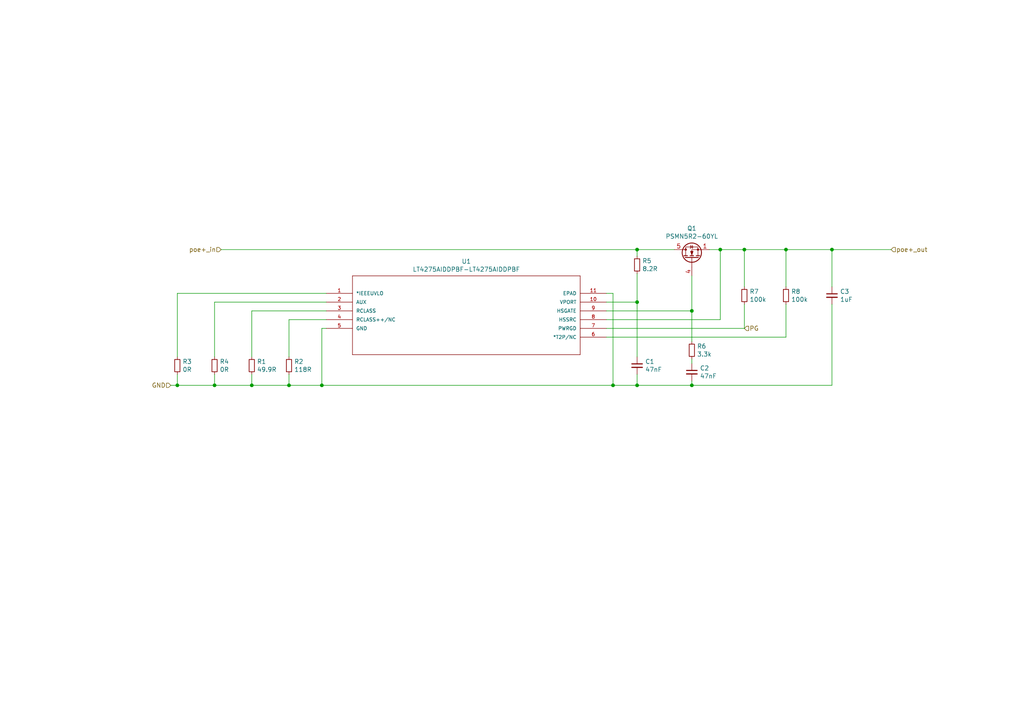
<source format=kicad_sch>
(kicad_sch (version 20211123) (generator eeschema)

  (uuid 1895faed-13c7-4877-930c-ef39a1d7419c)

  (paper "A4")

  (lib_symbols
    (symbol "Device:C_Small" (pin_numbers hide) (pin_names (offset 0.254) hide) (in_bom yes) (on_board yes)
      (property "Reference" "C" (id 0) (at 0.254 1.778 0)
        (effects (font (size 1.27 1.27)) (justify left))
      )
      (property "Value" "C_Small" (id 1) (at 0.254 -2.032 0)
        (effects (font (size 1.27 1.27)) (justify left))
      )
      (property "Footprint" "" (id 2) (at 0 0 0)
        (effects (font (size 1.27 1.27)) hide)
      )
      (property "Datasheet" "~" (id 3) (at 0 0 0)
        (effects (font (size 1.27 1.27)) hide)
      )
      (property "ki_keywords" "capacitor cap" (id 4) (at 0 0 0)
        (effects (font (size 1.27 1.27)) hide)
      )
      (property "ki_description" "Unpolarized capacitor, small symbol" (id 5) (at 0 0 0)
        (effects (font (size 1.27 1.27)) hide)
      )
      (property "ki_fp_filters" "C_*" (id 6) (at 0 0 0)
        (effects (font (size 1.27 1.27)) hide)
      )
      (symbol "C_Small_0_1"
        (polyline
          (pts
            (xy -1.524 -0.508)
            (xy 1.524 -0.508)
          )
          (stroke (width 0.3302) (type default) (color 0 0 0 0))
          (fill (type none))
        )
        (polyline
          (pts
            (xy -1.524 0.508)
            (xy 1.524 0.508)
          )
          (stroke (width 0.3048) (type default) (color 0 0 0 0))
          (fill (type none))
        )
      )
      (symbol "C_Small_1_1"
        (pin passive line (at 0 2.54 270) (length 2.032)
          (name "~" (effects (font (size 1.27 1.27))))
          (number "1" (effects (font (size 1.27 1.27))))
        )
        (pin passive line (at 0 -2.54 90) (length 2.032)
          (name "~" (effects (font (size 1.27 1.27))))
          (number "2" (effects (font (size 1.27 1.27))))
        )
      )
    )
    (symbol "Device:R_Small" (pin_numbers hide) (pin_names (offset 0.254) hide) (in_bom yes) (on_board yes)
      (property "Reference" "R" (id 0) (at 0.762 0.508 0)
        (effects (font (size 1.27 1.27)) (justify left))
      )
      (property "Value" "R_Small" (id 1) (at 0.762 -1.016 0)
        (effects (font (size 1.27 1.27)) (justify left))
      )
      (property "Footprint" "" (id 2) (at 0 0 0)
        (effects (font (size 1.27 1.27)) hide)
      )
      (property "Datasheet" "~" (id 3) (at 0 0 0)
        (effects (font (size 1.27 1.27)) hide)
      )
      (property "ki_keywords" "R resistor" (id 4) (at 0 0 0)
        (effects (font (size 1.27 1.27)) hide)
      )
      (property "ki_description" "Resistor, small symbol" (id 5) (at 0 0 0)
        (effects (font (size 1.27 1.27)) hide)
      )
      (property "ki_fp_filters" "R_*" (id 6) (at 0 0 0)
        (effects (font (size 1.27 1.27)) hide)
      )
      (symbol "R_Small_0_1"
        (rectangle (start -0.762 1.778) (end 0.762 -1.778)
          (stroke (width 0.2032) (type default) (color 0 0 0 0))
          (fill (type none))
        )
      )
      (symbol "R_Small_1_1"
        (pin passive line (at 0 2.54 270) (length 0.762)
          (name "~" (effects (font (size 1.27 1.27))))
          (number "1" (effects (font (size 1.27 1.27))))
        )
        (pin passive line (at 0 -2.54 90) (length 0.762)
          (name "~" (effects (font (size 1.27 1.27))))
          (number "2" (effects (font (size 1.27 1.27))))
        )
      )
    )
    (symbol "Transistor_FET:PSMN5R2-60YL" (pin_names hide) (in_bom yes) (on_board yes)
      (property "Reference" "Q" (id 0) (at 6.35 2.54 0)
        (effects (font (size 1.27 1.27)))
      )
      (property "Value" "PSMN5R2-60YL" (id 1) (at 12.7 0 0)
        (effects (font (size 1.27 1.27)))
      )
      (property "Footprint" "Package_TO_SOT_SMD:LFPAK56" (id 2) (at 3.81 0 0)
        (effects (font (size 1.27 1.27)) hide)
      )
      (property "Datasheet" "https://assets.nexperia.com/documents/data-sheet/PSMN5R2-60YL.pdf" (id 3) (at 0 0 0)
        (effects (font (size 1.27 1.27)) hide)
      )
      (property "ki_keywords" "N-Channel MOSFET" (id 4) (at 0 0 0)
        (effects (font (size 1.27 1.27)) hide)
      )
      (property "ki_description" "100A, 60V Vds, N-Channel MOSFET, 5.2mOhm Ron, LFPAK56" (id 5) (at 0 0 0)
        (effects (font (size 1.27 1.27)) hide)
      )
      (property "ki_fp_filters" "LFPAK56*" (id 6) (at 0 0 0)
        (effects (font (size 1.27 1.27)) hide)
      )
      (symbol "PSMN5R2-60YL_0_1"
        (polyline
          (pts
            (xy 0.254 0)
            (xy -2.54 0)
          )
          (stroke (width 0) (type default) (color 0 0 0 0))
          (fill (type none))
        )
        (polyline
          (pts
            (xy 0.254 1.905)
            (xy 0.254 -1.905)
          )
          (stroke (width 0.254) (type default) (color 0 0 0 0))
          (fill (type none))
        )
        (polyline
          (pts
            (xy 0.762 -1.27)
            (xy 0.762 -2.286)
          )
          (stroke (width 0.254) (type default) (color 0 0 0 0))
          (fill (type none))
        )
        (polyline
          (pts
            (xy 0.762 0.508)
            (xy 0.762 -0.508)
          )
          (stroke (width 0.254) (type default) (color 0 0 0 0))
          (fill (type none))
        )
        (polyline
          (pts
            (xy 0.762 2.286)
            (xy 0.762 1.27)
          )
          (stroke (width 0.254) (type default) (color 0 0 0 0))
          (fill (type none))
        )
        (polyline
          (pts
            (xy 2.54 2.54)
            (xy 2.54 1.778)
          )
          (stroke (width 0) (type default) (color 0 0 0 0))
          (fill (type none))
        )
        (polyline
          (pts
            (xy 2.54 -2.54)
            (xy 2.54 0)
            (xy 0.762 0)
          )
          (stroke (width 0) (type default) (color 0 0 0 0))
          (fill (type none))
        )
        (polyline
          (pts
            (xy 0.762 -1.778)
            (xy 3.302 -1.778)
            (xy 3.302 1.778)
            (xy 0.762 1.778)
          )
          (stroke (width 0) (type default) (color 0 0 0 0))
          (fill (type none))
        )
        (polyline
          (pts
            (xy 1.016 0)
            (xy 2.032 0.381)
            (xy 2.032 -0.381)
            (xy 1.016 0)
          )
          (stroke (width 0) (type default) (color 0 0 0 0))
          (fill (type outline))
        )
        (polyline
          (pts
            (xy 2.794 0.508)
            (xy 2.921 0.381)
            (xy 3.683 0.381)
            (xy 3.81 0.254)
          )
          (stroke (width 0) (type default) (color 0 0 0 0))
          (fill (type none))
        )
        (polyline
          (pts
            (xy 3.302 0.381)
            (xy 2.921 -0.254)
            (xy 3.683 -0.254)
            (xy 3.302 0.381)
          )
          (stroke (width 0) (type default) (color 0 0 0 0))
          (fill (type none))
        )
        (circle (center 1.651 0) (radius 2.794)
          (stroke (width 0.254) (type default) (color 0 0 0 0))
          (fill (type none))
        )
        (circle (center 2.54 -1.778) (radius 0.254)
          (stroke (width 0) (type default) (color 0 0 0 0))
          (fill (type outline))
        )
        (circle (center 2.54 1.778) (radius 0.254)
          (stroke (width 0) (type default) (color 0 0 0 0))
          (fill (type outline))
        )
      )
      (symbol "PSMN5R2-60YL_1_1"
        (pin passive line (at 2.54 -5.08 90) (length 2.54)
          (name "S" (effects (font (size 1.27 1.27))))
          (number "1" (effects (font (size 1.27 1.27))))
        )
        (pin passive line (at 2.54 -5.08 90) (length 2.54) hide
          (name "S" (effects (font (size 1.27 1.27))))
          (number "2" (effects (font (size 1.27 1.27))))
        )
        (pin passive line (at 2.54 -5.08 90) (length 2.54) hide
          (name "S" (effects (font (size 1.27 1.27))))
          (number "3" (effects (font (size 1.27 1.27))))
        )
        (pin passive line (at -5.08 0 0) (length 2.54)
          (name "G" (effects (font (size 1.27 1.27))))
          (number "4" (effects (font (size 1.27 1.27))))
        )
        (pin passive line (at 2.54 5.08 270) (length 2.54)
          (name "D" (effects (font (size 1.27 1.27))))
          (number "5" (effects (font (size 1.27 1.27))))
        )
      )
    )
    (symbol "parts:LT4275AIDDPBF-LT4275AIDDPBF-Auto-Intern" (pin_names (offset 1.016)) (in_bom yes) (on_board yes)
      (property "Reference" "U" (id 0) (at 35.9664 9.144 0)
        (effects (font (size 1.27 1.27)) (justify left bottom))
      )
      (property "Value" "parts_LT4275AIDDPBF-LT4275AIDDPBF-Auto-Intern" (id 1) (at 35.306 6.5786 0)
        (effects (font (size 1.27 1.27)) (justify left bottom))
      )
      (property "Footprint" "DFN-10_DD" (id 2) (at 0 0 0)
        (effects (font (size 1.27 1.27)) (justify left bottom) hide)
      )
      (property "Datasheet" "" (id 3) (at 0 0 0)
        (effects (font (size 1.27 1.27)) (justify left bottom) hide)
      )
      (property "MANUFACTURER_PART_NUMBER" "lt4275aidd#pbf" (id 4) (at 0 0 0)
        (effects (font (size 1.27 1.27)) (justify left bottom) hide)
      )
      (property "VENDOR" "Linear Technology" (id 5) (at 0 0 0)
        (effects (font (size 1.27 1.27)) (justify left bottom) hide)
      )
      (property "ki_locked" "" (id 6) (at 0 0 0)
        (effects (font (size 1.27 1.27)))
      )
      (symbol "LT4275AIDDPBF-LT4275AIDDPBF-Auto-Intern_0_0"
        (polyline
          (pts
            (xy 7.62 -17.78)
            (xy 73.66 -17.78)
          )
          (stroke (width 0.1524) (type default) (color 0 0 0 0))
          (fill (type none))
        )
        (polyline
          (pts
            (xy 7.62 5.08)
            (xy 7.62 -17.78)
          )
          (stroke (width 0.1524) (type default) (color 0 0 0 0))
          (fill (type none))
        )
        (polyline
          (pts
            (xy 73.66 -17.78)
            (xy 73.66 5.08)
          )
          (stroke (width 0.1524) (type default) (color 0 0 0 0))
          (fill (type none))
        )
        (polyline
          (pts
            (xy 73.66 5.08)
            (xy 7.62 5.08)
          )
          (stroke (width 0.1524) (type default) (color 0 0 0 0))
          (fill (type none))
        )
        (pin passive line (at 0 0 0) (length 7.62)
          (name "*IEEEUVLO" (effects (font (size 1.016 1.016))))
          (number "1" (effects (font (size 1.016 1.016))))
        )
        (pin passive line (at 81.28 -2.54 180) (length 7.62)
          (name "VPORT" (effects (font (size 1.016 1.016))))
          (number "10" (effects (font (size 1.016 1.016))))
        )
        (pin passive line (at 81.28 0 180) (length 7.62)
          (name "EPAD" (effects (font (size 1.016 1.016))))
          (number "11" (effects (font (size 1.016 1.016))))
        )
        (pin input line (at 0 -2.54 0) (length 7.62)
          (name "AUX" (effects (font (size 1.016 1.016))))
          (number "2" (effects (font (size 1.016 1.016))))
        )
        (pin passive line (at 0 -5.08 0) (length 7.62)
          (name "RCLASS" (effects (font (size 1.016 1.016))))
          (number "3" (effects (font (size 1.016 1.016))))
        )
        (pin passive line (at 0 -7.62 0) (length 7.62)
          (name "RCLASS++/NC" (effects (font (size 1.016 1.016))))
          (number "4" (effects (font (size 1.016 1.016))))
        )
        (pin power_in line (at 0 -10.16 0) (length 7.62)
          (name "GND" (effects (font (size 1.016 1.016))))
          (number "5" (effects (font (size 1.016 1.016))))
        )
        (pin passive line (at 81.28 -12.7 180) (length 7.62)
          (name "*T2P/NC" (effects (font (size 1.016 1.016))))
          (number "6" (effects (font (size 1.016 1.016))))
        )
        (pin passive line (at 81.28 -10.16 180) (length 7.62)
          (name "PWRGD" (effects (font (size 1.016 1.016))))
          (number "7" (effects (font (size 1.016 1.016))))
        )
        (pin passive line (at 81.28 -7.62 180) (length 7.62)
          (name "HSSRC" (effects (font (size 1.016 1.016))))
          (number "8" (effects (font (size 1.016 1.016))))
        )
        (pin passive line (at 81.28 -5.08 180) (length 7.62)
          (name "HSGATE" (effects (font (size 1.016 1.016))))
          (number "9" (effects (font (size 1.016 1.016))))
        )
      )
    )
  )

  (junction (at 62.23 111.76) (diameter 0) (color 0 0 0 0)
    (uuid 03186fe9-30ad-4213-9896-4a19a6839483)
  )
  (junction (at 184.785 111.76) (diameter 0) (color 0 0 0 0)
    (uuid 0bcdd0d0-0dfc-45c6-954d-9c24a91c4990)
  )
  (junction (at 184.785 87.63) (diameter 0) (color 0 0 0 0)
    (uuid 110f49b3-bcf8-4b6e-aae7-42e81d73508c)
  )
  (junction (at 200.66 90.17) (diameter 0) (color 0 0 0 0)
    (uuid 32f51a70-bebe-4354-b507-aa8bf0a1f7e5)
  )
  (junction (at 51.435 111.76) (diameter 0) (color 0 0 0 0)
    (uuid 547c7d2e-dd6a-4751-bc89-ad162b03611c)
  )
  (junction (at 215.9 72.39) (diameter 0) (color 0 0 0 0)
    (uuid 562e70e0-8e6c-4391-ae4b-5af8b375bd80)
  )
  (junction (at 73.025 111.76) (diameter 0) (color 0 0 0 0)
    (uuid 596bed97-f741-4c8f-931a-92cf09d3c9f0)
  )
  (junction (at 208.915 72.39) (diameter 0) (color 0 0 0 0)
    (uuid 821cc154-2ee3-42c9-b759-e5370ad6d5bf)
  )
  (junction (at 184.785 72.39) (diameter 0) (color 0 0 0 0)
    (uuid 85ca7cc7-48fa-4ffe-b66e-1f72434fe019)
  )
  (junction (at 83.82 111.76) (diameter 0) (color 0 0 0 0)
    (uuid 88e64f20-39b1-43e3-bc15-63ee762477d0)
  )
  (junction (at 177.8 111.76) (diameter 0) (color 0 0 0 0)
    (uuid 8ca722c2-6464-4aea-9369-deb8f701e676)
  )
  (junction (at 241.3 72.39) (diameter 0) (color 0 0 0 0)
    (uuid 929ce5c7-2bae-499f-bdde-9b02f4265941)
  )
  (junction (at 93.345 111.76) (diameter 0) (color 0 0 0 0)
    (uuid a437f9fd-d802-4865-8800-f2e1ffb3b34e)
  )
  (junction (at 227.965 72.39) (diameter 0) (color 0 0 0 0)
    (uuid d401eb13-8860-4077-955f-4bfc416a948a)
  )
  (junction (at 200.66 111.76) (diameter 0) (color 0 0 0 0)
    (uuid e78c4cd4-90ec-45f4-8184-8e3dc617716f)
  )

  (wire (pts (xy 227.965 72.39) (xy 215.9 72.39))
    (stroke (width 0) (type default) (color 0 0 0 0))
    (uuid 01508e13-e858-4058-97a3-64310f3d2349)
  )
  (wire (pts (xy 215.9 72.39) (xy 208.915 72.39))
    (stroke (width 0) (type default) (color 0 0 0 0))
    (uuid 045afc94-f9a9-4d94-aa6c-d8d985bdfcf2)
  )
  (wire (pts (xy 51.435 108.585) (xy 51.435 111.76))
    (stroke (width 0) (type default) (color 0 0 0 0))
    (uuid 1fd542b1-00b6-48c3-bbea-5119f420de56)
  )
  (wire (pts (xy 175.895 85.09) (xy 177.8 85.09))
    (stroke (width 0) (type default) (color 0 0 0 0))
    (uuid 2a033d4e-6371-49c0-89e6-201155236b2c)
  )
  (wire (pts (xy 184.785 103.505) (xy 184.785 87.63))
    (stroke (width 0) (type default) (color 0 0 0 0))
    (uuid 301bcc07-eba1-42f6-8fbc-1b800dd8c664)
  )
  (wire (pts (xy 73.025 111.76) (xy 83.82 111.76))
    (stroke (width 0) (type default) (color 0 0 0 0))
    (uuid 345f5a55-a200-4388-bac3-15d4257e82dd)
  )
  (wire (pts (xy 175.895 90.17) (xy 200.66 90.17))
    (stroke (width 0) (type default) (color 0 0 0 0))
    (uuid 3b4af27c-b449-40a8-9b28-ab028baf1a2e)
  )
  (wire (pts (xy 215.9 88.265) (xy 215.9 95.25))
    (stroke (width 0) (type default) (color 0 0 0 0))
    (uuid 40017352-19c0-4fb1-ba6e-a250d8ac620e)
  )
  (wire (pts (xy 184.785 72.39) (xy 64.135 72.39))
    (stroke (width 0) (type default) (color 0 0 0 0))
    (uuid 43a94338-658d-48bc-a884-88e0cf9d3bec)
  )
  (wire (pts (xy 215.9 95.25) (xy 175.895 95.25))
    (stroke (width 0) (type default) (color 0 0 0 0))
    (uuid 4714bf9d-4c15-4d44-96ae-cc3a99f84127)
  )
  (wire (pts (xy 200.66 99.06) (xy 200.66 90.17))
    (stroke (width 0) (type default) (color 0 0 0 0))
    (uuid 4baece58-3940-4a1a-be51-6c0272456aa5)
  )
  (wire (pts (xy 73.025 90.17) (xy 94.615 90.17))
    (stroke (width 0) (type default) (color 0 0 0 0))
    (uuid 5401cfac-fac2-4f7a-99b9-c38bdccd8eb2)
  )
  (wire (pts (xy 241.3 72.39) (xy 227.965 72.39))
    (stroke (width 0) (type default) (color 0 0 0 0))
    (uuid 58af6ab6-1d55-45cb-aa18-de374522a3e3)
  )
  (wire (pts (xy 83.82 103.505) (xy 83.82 92.71))
    (stroke (width 0) (type default) (color 0 0 0 0))
    (uuid 62b05cc2-d33e-48a4-b819-5e122810ce5b)
  )
  (wire (pts (xy 184.785 108.585) (xy 184.785 111.76))
    (stroke (width 0) (type default) (color 0 0 0 0))
    (uuid 6a1b73f1-9eb7-40d4-990c-0623b167406c)
  )
  (wire (pts (xy 83.82 92.71) (xy 94.615 92.71))
    (stroke (width 0) (type default) (color 0 0 0 0))
    (uuid 6b208a8b-b312-4164-a07d-8ed5c47ea1d4)
  )
  (wire (pts (xy 227.965 83.185) (xy 227.965 72.39))
    (stroke (width 0) (type default) (color 0 0 0 0))
    (uuid 6ca168c3-1e62-4f0f-999d-bbb2405687da)
  )
  (wire (pts (xy 184.785 74.295) (xy 184.785 72.39))
    (stroke (width 0) (type default) (color 0 0 0 0))
    (uuid 6d2e6ceb-7ba8-4246-9e9d-71d2870bb1bb)
  )
  (wire (pts (xy 175.895 92.71) (xy 208.915 92.71))
    (stroke (width 0) (type default) (color 0 0 0 0))
    (uuid 6d65a5f3-46f9-4dbb-af52-fd11f4acf552)
  )
  (wire (pts (xy 83.82 108.585) (xy 83.82 111.76))
    (stroke (width 0) (type default) (color 0 0 0 0))
    (uuid 7214f97a-296e-4985-b4fa-b4ba473d6345)
  )
  (wire (pts (xy 200.66 110.49) (xy 200.66 111.76))
    (stroke (width 0) (type default) (color 0 0 0 0))
    (uuid 7294417e-e954-463b-9016-58070898de49)
  )
  (wire (pts (xy 184.785 111.76) (xy 200.66 111.76))
    (stroke (width 0) (type default) (color 0 0 0 0))
    (uuid 76e27ce8-4725-416e-92de-717252ccbac1)
  )
  (wire (pts (xy 62.23 87.63) (xy 94.615 87.63))
    (stroke (width 0) (type default) (color 0 0 0 0))
    (uuid 777b7d5e-dac0-4871-a578-c644ad7014c7)
  )
  (wire (pts (xy 200.66 111.76) (xy 241.3 111.76))
    (stroke (width 0) (type default) (color 0 0 0 0))
    (uuid 7b726923-41a2-48d2-8b43-edac0246ea2f)
  )
  (wire (pts (xy 200.66 90.17) (xy 200.66 80.01))
    (stroke (width 0) (type default) (color 0 0 0 0))
    (uuid 7fa40a89-3491-4622-8046-5ee2691d5e58)
  )
  (wire (pts (xy 62.23 111.76) (xy 73.025 111.76))
    (stroke (width 0) (type default) (color 0 0 0 0))
    (uuid 81fc7c95-3729-407f-8cd3-67ddcb31068d)
  )
  (wire (pts (xy 227.965 97.79) (xy 227.965 88.265))
    (stroke (width 0) (type default) (color 0 0 0 0))
    (uuid 862a0614-2889-4860-9d74-78df09af011c)
  )
  (wire (pts (xy 62.23 108.585) (xy 62.23 111.76))
    (stroke (width 0) (type default) (color 0 0 0 0))
    (uuid 8a9955fe-9286-4df2-af95-ae379abcce0a)
  )
  (wire (pts (xy 195.58 72.39) (xy 184.785 72.39))
    (stroke (width 0) (type default) (color 0 0 0 0))
    (uuid 9334e377-e380-4da2-8fe6-d1bf53f19ca3)
  )
  (wire (pts (xy 184.785 87.63) (xy 184.785 79.375))
    (stroke (width 0) (type default) (color 0 0 0 0))
    (uuid 95951571-df91-4452-aace-12128a044797)
  )
  (wire (pts (xy 94.615 95.25) (xy 93.345 95.25))
    (stroke (width 0) (type default) (color 0 0 0 0))
    (uuid 9aa35ed3-1f71-4cc9-b1cd-434deec23f91)
  )
  (wire (pts (xy 62.23 103.505) (xy 62.23 87.63))
    (stroke (width 0) (type default) (color 0 0 0 0))
    (uuid a45ed29b-640c-4ab8-9fdb-cd8ae55f256c)
  )
  (wire (pts (xy 208.915 92.71) (xy 208.915 72.39))
    (stroke (width 0) (type default) (color 0 0 0 0))
    (uuid ac41c881-4747-4f72-a6fa-727a5e87b2f9)
  )
  (wire (pts (xy 93.345 95.25) (xy 93.345 111.76))
    (stroke (width 0) (type default) (color 0 0 0 0))
    (uuid b6c6bbfe-1511-457e-ad19-1f2c13506977)
  )
  (wire (pts (xy 83.82 111.76) (xy 93.345 111.76))
    (stroke (width 0) (type default) (color 0 0 0 0))
    (uuid baf4c3fb-76b7-4b3e-97ef-39bebf1854d9)
  )
  (wire (pts (xy 241.3 72.39) (xy 258.445 72.39))
    (stroke (width 0) (type default) (color 0 0 0 0))
    (uuid bb9b01a0-f169-447f-8d90-1e074257ed42)
  )
  (wire (pts (xy 215.9 83.185) (xy 215.9 72.39))
    (stroke (width 0) (type default) (color 0 0 0 0))
    (uuid bcb4dcbe-acea-49b0-8634-f95f0474cdf9)
  )
  (wire (pts (xy 208.915 72.39) (xy 205.74 72.39))
    (stroke (width 0) (type default) (color 0 0 0 0))
    (uuid c2dcd3c4-933e-4c08-9357-73b1c4704020)
  )
  (wire (pts (xy 93.345 111.76) (xy 177.8 111.76))
    (stroke (width 0) (type default) (color 0 0 0 0))
    (uuid c53f17ed-a771-4944-9503-74466c72485e)
  )
  (wire (pts (xy 51.435 85.09) (xy 94.615 85.09))
    (stroke (width 0) (type default) (color 0 0 0 0))
    (uuid d39170e6-44ca-40d8-878f-3e6c68efae44)
  )
  (wire (pts (xy 51.435 111.76) (xy 62.23 111.76))
    (stroke (width 0) (type default) (color 0 0 0 0))
    (uuid d4054ab6-f5fe-4857-a941-ac6bf808fb79)
  )
  (wire (pts (xy 49.53 111.76) (xy 51.435 111.76))
    (stroke (width 0) (type default) (color 0 0 0 0))
    (uuid d45db1f1-15f8-40db-a39d-0e191ae26dc7)
  )
  (wire (pts (xy 73.025 108.585) (xy 73.025 111.76))
    (stroke (width 0) (type default) (color 0 0 0 0))
    (uuid d8321a7b-c70a-47e4-8719-091fb15b9787)
  )
  (wire (pts (xy 175.895 87.63) (xy 184.785 87.63))
    (stroke (width 0) (type default) (color 0 0 0 0))
    (uuid dcd4256b-837d-4116-a816-04418b3394de)
  )
  (wire (pts (xy 200.66 105.41) (xy 200.66 104.14))
    (stroke (width 0) (type default) (color 0 0 0 0))
    (uuid dd0071d3-30ca-4660-a411-c7cd4f624826)
  )
  (wire (pts (xy 241.3 83.185) (xy 241.3 72.39))
    (stroke (width 0) (type default) (color 0 0 0 0))
    (uuid df700625-170c-4dd9-a57d-d2f3cc696e85)
  )
  (wire (pts (xy 175.895 97.79) (xy 227.965 97.79))
    (stroke (width 0) (type default) (color 0 0 0 0))
    (uuid e1380406-12f4-40df-8731-3c2c38c67e90)
  )
  (wire (pts (xy 177.8 111.76) (xy 184.785 111.76))
    (stroke (width 0) (type default) (color 0 0 0 0))
    (uuid e3e12d8e-c106-4221-aea9-22083e14749a)
  )
  (wire (pts (xy 73.025 103.505) (xy 73.025 90.17))
    (stroke (width 0) (type default) (color 0 0 0 0))
    (uuid efecabdd-02c0-440a-8fc7-ef2aa4da0cb5)
  )
  (wire (pts (xy 51.435 103.505) (xy 51.435 85.09))
    (stroke (width 0) (type default) (color 0 0 0 0))
    (uuid f0dc7b8b-9133-4ff8-9a2e-3425b1d0d341)
  )
  (wire (pts (xy 241.3 88.265) (xy 241.3 111.76))
    (stroke (width 0) (type default) (color 0 0 0 0))
    (uuid f4158918-fc39-47aa-8f96-487334c37eb7)
  )
  (wire (pts (xy 177.8 85.09) (xy 177.8 111.76))
    (stroke (width 0) (type default) (color 0 0 0 0))
    (uuid f8a306c8-ac79-4019-af28-887c8fb57f53)
  )

  (hierarchical_label "poe+_in" (shape input) (at 64.135 72.39 180)
    (effects (font (size 1.27 1.27)) (justify right))
    (uuid 17fb6371-6420-4a8e-9eac-51a9ecd0b159)
  )
  (hierarchical_label "poe+_out" (shape input) (at 258.445 72.39 0)
    (effects (font (size 1.27 1.27)) (justify left))
    (uuid 43be050e-fc06-448f-ac2e-b3822b472c38)
  )
  (hierarchical_label "GND" (shape input) (at 49.53 111.76 180)
    (effects (font (size 1.27 1.27)) (justify right))
    (uuid 645ae06c-27e3-44e6-9fa9-ef68eb8d4b8a)
  )
  (hierarchical_label "PG" (shape input) (at 215.9 95.25 0)
    (effects (font (size 1.27 1.27)) (justify left))
    (uuid a68fea17-0b0f-4480-95ea-c0dfd36819f1)
  )

  (symbol (lib_id "Device:R_Small") (at 62.23 106.045 0) (unit 1)
    (in_bom yes) (on_board yes)
    (uuid 05e1ed3a-67d8-4f63-873f-1340a8e8db5a)
    (property "Reference" "R4" (id 0) (at 63.7286 104.8766 0)
      (effects (font (size 1.27 1.27)) (justify left))
    )
    (property "Value" "0R" (id 1) (at 63.7286 107.188 0)
      (effects (font (size 1.27 1.27)) (justify left))
    )
    (property "Footprint" "Resistor_SMD:R_0603_1608Metric" (id 2) (at 62.23 106.045 0)
      (effects (font (size 1.27 1.27)) hide)
    )
    (property "Datasheet" "~" (id 3) (at 62.23 106.045 0)
      (effects (font (size 1.27 1.27)) hide)
    )
    (pin "1" (uuid a0eb3f89-a1fb-4fc0-a605-ba1a92f23fc4))
    (pin "2" (uuid 0a7c3cc6-6509-44cd-94cb-bfa0991bb399))
  )

  (symbol (lib_id "Device:C_Small") (at 241.3 85.725 0) (unit 1)
    (in_bom yes) (on_board yes)
    (uuid 0cc45afc-4379-4cd7-a2f5-b6d56a99eeba)
    (property "Reference" "C3" (id 0) (at 243.6368 84.5566 0)
      (effects (font (size 1.27 1.27)) (justify left))
    )
    (property "Value" "1uF" (id 1) (at 243.6368 86.868 0)
      (effects (font (size 1.27 1.27)) (justify left))
    )
    (property "Footprint" "Capacitor_SMD:C_1206_3216Metric" (id 2) (at 241.3 85.725 0)
      (effects (font (size 1.27 1.27)) hide)
    )
    (property "Datasheet" "~" (id 3) (at 241.3 85.725 0)
      (effects (font (size 1.27 1.27)) hide)
    )
    (property "Voltage" "100" (id 4) (at 241.3 85.725 0)
      (effects (font (size 1.27 1.27)) hide)
    )
    (pin "1" (uuid bf401a04-8d88-4492-96c6-5b23f461c9c8))
    (pin "2" (uuid 8454d8c7-0def-43ed-8a27-af4060dc3597))
  )

  (symbol (lib_id "Device:R_Small") (at 215.9 85.725 0) (unit 1)
    (in_bom yes) (on_board yes)
    (uuid 25202c17-62b5-4638-abf0-aa8737b1670a)
    (property "Reference" "R7" (id 0) (at 217.3986 84.5566 0)
      (effects (font (size 1.27 1.27)) (justify left))
    )
    (property "Value" "100k" (id 1) (at 217.3986 86.868 0)
      (effects (font (size 1.27 1.27)) (justify left))
    )
    (property "Footprint" "Resistor_SMD:R_0603_1608Metric" (id 2) (at 215.9 85.725 0)
      (effects (font (size 1.27 1.27)) hide)
    )
    (property "Datasheet" "~" (id 3) (at 215.9 85.725 0)
      (effects (font (size 1.27 1.27)) hide)
    )
    (pin "1" (uuid 9be4060a-9b24-4cb4-87c2-2dfc880174dc))
    (pin "2" (uuid 589fff27-afb5-4a13-a8b8-158ed4ef8d71))
  )

  (symbol (lib_id "Device:R_Small") (at 200.66 101.6 0) (unit 1)
    (in_bom yes) (on_board yes)
    (uuid 3e5b8898-25e1-4cd4-8ba4-8627158019ff)
    (property "Reference" "R6" (id 0) (at 202.1586 100.4316 0)
      (effects (font (size 1.27 1.27)) (justify left))
    )
    (property "Value" "3.3k" (id 1) (at 202.1586 102.743 0)
      (effects (font (size 1.27 1.27)) (justify left))
    )
    (property "Footprint" "Resistor_SMD:R_0603_1608Metric" (id 2) (at 200.66 101.6 0)
      (effects (font (size 1.27 1.27)) hide)
    )
    (property "Datasheet" "~" (id 3) (at 200.66 101.6 0)
      (effects (font (size 1.27 1.27)) hide)
    )
    (pin "1" (uuid a8447de2-0e60-4229-820f-79912e2da23d))
    (pin "2" (uuid c4b2bc92-3ac9-4596-b407-9509de6d9d5e))
  )

  (symbol (lib_id "Device:C_Small") (at 184.785 106.045 0) (unit 1)
    (in_bom yes) (on_board yes)
    (uuid 4d248257-0a5e-4b26-8560-a1b002982f64)
    (property "Reference" "C1" (id 0) (at 187.1218 104.8766 0)
      (effects (font (size 1.27 1.27)) (justify left))
    )
    (property "Value" "47nF" (id 1) (at 187.1218 107.188 0)
      (effects (font (size 1.27 1.27)) (justify left))
    )
    (property "Footprint" "Capacitor_SMD:C_0603_1608Metric" (id 2) (at 184.785 106.045 0)
      (effects (font (size 1.27 1.27)) hide)
    )
    (property "Datasheet" "~" (id 3) (at 184.785 106.045 0)
      (effects (font (size 1.27 1.27)) hide)
    )
    (pin "1" (uuid 71842248-20be-4a73-8117-eec39847c925))
    (pin "2" (uuid fa454bfd-a162-4088-9f23-bc86130fee9a))
  )

  (symbol (lib_id "Transistor_FET:PSMN5R2-60YL") (at 200.66 74.93 90) (unit 1)
    (in_bom yes) (on_board yes)
    (uuid 4d8c751f-8e95-4abd-9e3c-7df7d70624ce)
    (property "Reference" "Q1" (id 0) (at 200.66 66.2432 90))
    (property "Value" "PSMN5R2-60YL" (id 1) (at 200.66 68.5546 90))
    (property "Footprint" "Package_TO_SOT_SMD:LFPAK56" (id 2) (at 200.66 71.12 0)
      (effects (font (size 1.27 1.27)) hide)
    )
    (property "Datasheet" "https://assets.nexperia.com/documents/data-sheet/PSMN5R2-60YL.pdf" (id 3) (at 200.66 74.93 0)
      (effects (font (size 1.27 1.27)) hide)
    )
    (pin "1" (uuid 771401f3-71d3-4f3e-8359-233ad8e16bb9))
    (pin "2" (uuid f2e15271-7825-42d6-9cdc-f443702105bd))
    (pin "3" (uuid 2227bd7d-34bd-411c-b05c-99d242706fe2))
    (pin "4" (uuid 93188cd5-2872-47fd-a33a-d594dbd9b43d))
    (pin "5" (uuid 59356079-f11f-4ab3-ab00-d9c279e5d92f))
  )

  (symbol (lib_id "Device:R_Small") (at 184.785 76.835 0) (unit 1)
    (in_bom yes) (on_board yes)
    (uuid 4f63c19f-5c30-4809-8379-2afd671fce65)
    (property "Reference" "R5" (id 0) (at 186.2836 75.6666 0)
      (effects (font (size 1.27 1.27)) (justify left))
    )
    (property "Value" "8.2R" (id 1) (at 186.2836 77.978 0)
      (effects (font (size 1.27 1.27)) (justify left))
    )
    (property "Footprint" "Resistor_SMD:R_0603_1608Metric" (id 2) (at 184.785 76.835 0)
      (effects (font (size 1.27 1.27)) hide)
    )
    (property "Datasheet" "~" (id 3) (at 184.785 76.835 0)
      (effects (font (size 1.27 1.27)) hide)
    )
    (pin "1" (uuid d1cbc5b5-87f8-42b6-bca4-7e05b2819989))
    (pin "2" (uuid 27b072f5-ae13-40ab-aa01-5a3f3aa9a3d4))
  )

  (symbol (lib_id "Device:C_Small") (at 200.66 107.95 0) (unit 1)
    (in_bom yes) (on_board yes)
    (uuid 5e09d4da-fcca-479e-8306-7dbeda444bed)
    (property "Reference" "C2" (id 0) (at 202.9968 106.7816 0)
      (effects (font (size 1.27 1.27)) (justify left))
    )
    (property "Value" "47nF" (id 1) (at 202.9968 109.093 0)
      (effects (font (size 1.27 1.27)) (justify left))
    )
    (property "Footprint" "Capacitor_SMD:C_0603_1608Metric" (id 2) (at 200.66 107.95 0)
      (effects (font (size 1.27 1.27)) hide)
    )
    (property "Datasheet" "~" (id 3) (at 200.66 107.95 0)
      (effects (font (size 1.27 1.27)) hide)
    )
    (pin "1" (uuid 3eb62e01-2a03-40b7-b118-cab2895dd744))
    (pin "2" (uuid 8c0dfafe-2275-4675-b15f-72b23b65907f))
  )

  (symbol (lib_id "Device:R_Small") (at 83.82 106.045 0) (unit 1)
    (in_bom yes) (on_board yes)
    (uuid b15050b5-6ff0-4b46-849d-af0f041c90aa)
    (property "Reference" "R2" (id 0) (at 85.3186 104.8766 0)
      (effects (font (size 1.27 1.27)) (justify left))
    )
    (property "Value" "118R" (id 1) (at 85.3186 107.188 0)
      (effects (font (size 1.27 1.27)) (justify left))
    )
    (property "Footprint" "Resistor_SMD:R_0603_1608Metric" (id 2) (at 83.82 106.045 0)
      (effects (font (size 1.27 1.27)) hide)
    )
    (property "Datasheet" "~" (id 3) (at 83.82 106.045 0)
      (effects (font (size 1.27 1.27)) hide)
    )
    (pin "1" (uuid 5413d7d0-f56c-4de4-8efc-7043befa86ef))
    (pin "2" (uuid 6b32960b-22a4-4a41-93f7-e8b1d1d38aae))
  )

  (symbol (lib_id "Device:R_Small") (at 51.435 106.045 0) (unit 1)
    (in_bom yes) (on_board yes)
    (uuid b8edabc5-f57a-4ca4-90d6-3bb445413b32)
    (property "Reference" "R3" (id 0) (at 52.9336 104.8766 0)
      (effects (font (size 1.27 1.27)) (justify left))
    )
    (property "Value" "0R" (id 1) (at 52.9336 107.188 0)
      (effects (font (size 1.27 1.27)) (justify left))
    )
    (property "Footprint" "Resistor_SMD:R_0603_1608Metric" (id 2) (at 51.435 106.045 0)
      (effects (font (size 1.27 1.27)) hide)
    )
    (property "Datasheet" "~" (id 3) (at 51.435 106.045 0)
      (effects (font (size 1.27 1.27)) hide)
    )
    (pin "1" (uuid f98869c0-df4d-4d16-bd83-b7a693d1fdf3))
    (pin "2" (uuid d098b747-8b8a-41a0-a871-00168662cb86))
  )

  (symbol (lib_id "Device:R_Small") (at 227.965 85.725 0) (unit 1)
    (in_bom yes) (on_board yes)
    (uuid d7d34cbc-a46d-4050-9131-7096526b5309)
    (property "Reference" "R8" (id 0) (at 229.4636 84.5566 0)
      (effects (font (size 1.27 1.27)) (justify left))
    )
    (property "Value" "100k" (id 1) (at 229.4636 86.868 0)
      (effects (font (size 1.27 1.27)) (justify left))
    )
    (property "Footprint" "Resistor_SMD:R_0603_1608Metric" (id 2) (at 227.965 85.725 0)
      (effects (font (size 1.27 1.27)) hide)
    )
    (property "Datasheet" "~" (id 3) (at 227.965 85.725 0)
      (effects (font (size 1.27 1.27)) hide)
    )
    (pin "1" (uuid 92b7986c-f593-49ae-8d36-f50fcd9da6e2))
    (pin "2" (uuid e9de1581-a569-4ce0-94f5-08a85e20be80))
  )

  (symbol (lib_id "parts:LT4275AIDDPBF-LT4275AIDDPBF-Auto-Intern") (at 94.615 85.09 0) (unit 1)
    (in_bom yes) (on_board yes)
    (uuid f4518254-120c-4e1c-ac33-d2b23fdc0fc7)
    (property "Reference" "U1" (id 0) (at 135.255 75.819 0))
    (property "Value" "LT4275AIDDPBF-LT4275AIDDPBF" (id 1) (at 135.255 78.1304 0))
    (property "Footprint" "Package_DFN_QFN:DFN-10-1EP_3x3mm_P0.5mm_EP1.65x2.38mm" (id 2) (at 94.615 85.09 0)
      (effects (font (size 1.27 1.27)) (justify left bottom) hide)
    )
    (property "Datasheet" "" (id 3) (at 94.615 85.09 0)
      (effects (font (size 1.27 1.27)) (justify left bottom) hide)
    )
    (property "MANUFACTURER_PART_NUMBER" "lt4275aidd#pbf" (id 4) (at 94.615 85.09 0)
      (effects (font (size 1.27 1.27)) (justify left bottom) hide)
    )
    (property "VENDOR" "Linear Technology" (id 5) (at 94.615 85.09 0)
      (effects (font (size 1.27 1.27)) (justify left bottom) hide)
    )
    (pin "1" (uuid 63657c41-2ef8-4b83-a95f-89358aaa6a2c))
    (pin "10" (uuid f06727c2-9725-46f9-981c-e6479078700c))
    (pin "11" (uuid eaede876-3290-48c2-8cfe-bf768bd08752))
    (pin "2" (uuid dcf2cc57-4c57-4629-bcbf-f53e4e49e422))
    (pin "3" (uuid d5852f04-e228-41f0-9ccf-2d3ed9a6e728))
    (pin "4" (uuid 628a74fe-d2f8-48bd-99bd-821dea28b662))
    (pin "5" (uuid 7e680f3d-bc56-4c4e-8eb0-3583527cbc06))
    (pin "6" (uuid 8a87fd65-a13c-4124-a94e-663420aa9565))
    (pin "7" (uuid dc301244-5e61-4fd0-8b27-8600aa8a128e))
    (pin "8" (uuid e3b27d36-3c8e-4da5-b812-ceb17af664c7))
    (pin "9" (uuid 1fb15758-c681-4213-8544-40217f2cbc15))
  )

  (symbol (lib_id "Device:R_Small") (at 73.025 106.045 0) (unit 1)
    (in_bom yes) (on_board yes)
    (uuid ff6839b7-0382-4d0e-b167-f2f7543832ec)
    (property "Reference" "R1" (id 0) (at 74.5236 104.8766 0)
      (effects (font (size 1.27 1.27)) (justify left))
    )
    (property "Value" "49.9R" (id 1) (at 74.5236 107.188 0)
      (effects (font (size 1.27 1.27)) (justify left))
    )
    (property "Footprint" "Resistor_SMD:R_0603_1608Metric" (id 2) (at 73.025 106.045 0)
      (effects (font (size 1.27 1.27)) hide)
    )
    (property "Datasheet" "~" (id 3) (at 73.025 106.045 0)
      (effects (font (size 1.27 1.27)) hide)
    )
    (pin "1" (uuid 9cc38e11-80bf-4bb7-96d1-6de790fadf9d))
    (pin "2" (uuid 8f851cb5-ab46-4fab-bfae-1fc2a316fbcb))
  )
)

</source>
